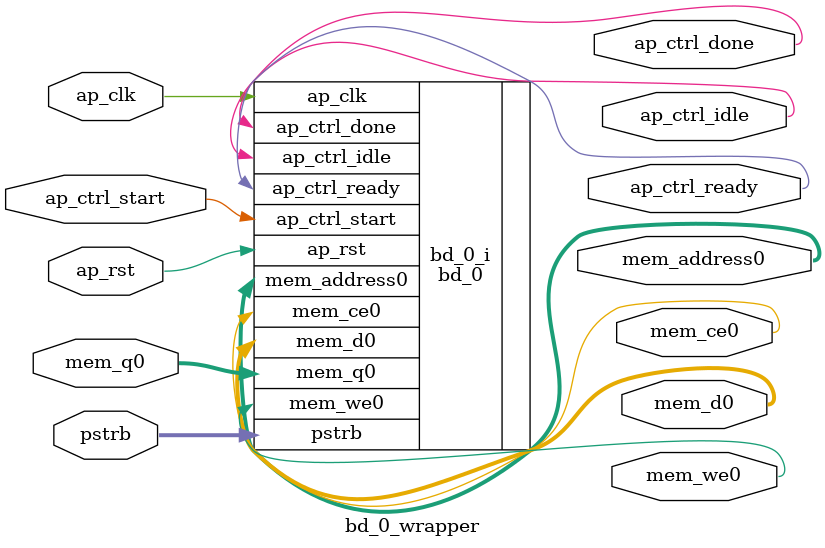
<source format=v>
`timescale 1 ps / 1 ps

module bd_0_wrapper
   (ap_clk,
    ap_ctrl_done,
    ap_ctrl_idle,
    ap_ctrl_ready,
    ap_ctrl_start,
    ap_rst,
    mem_address0,
    mem_ce0,
    mem_d0,
    mem_q0,
    mem_we0,
    pstrb);
  input ap_clk;
  output ap_ctrl_done;
  output ap_ctrl_idle;
  output ap_ctrl_ready;
  input ap_ctrl_start;
  input ap_rst;
  output [12:0]mem_address0;
  output mem_ce0;
  output [31:0]mem_d0;
  input [31:0]mem_q0;
  output mem_we0;
  input [3:0]pstrb;

  wire ap_clk;
  wire ap_ctrl_done;
  wire ap_ctrl_idle;
  wire ap_ctrl_ready;
  wire ap_ctrl_start;
  wire ap_rst;
  wire [12:0]mem_address0;
  wire mem_ce0;
  wire [31:0]mem_d0;
  wire [31:0]mem_q0;
  wire mem_we0;
  wire [3:0]pstrb;

  bd_0 bd_0_i
       (.ap_clk(ap_clk),
        .ap_ctrl_done(ap_ctrl_done),
        .ap_ctrl_idle(ap_ctrl_idle),
        .ap_ctrl_ready(ap_ctrl_ready),
        .ap_ctrl_start(ap_ctrl_start),
        .ap_rst(ap_rst),
        .mem_address0(mem_address0),
        .mem_ce0(mem_ce0),
        .mem_d0(mem_d0),
        .mem_q0(mem_q0),
        .mem_we0(mem_we0),
        .pstrb(pstrb));
endmodule

</source>
